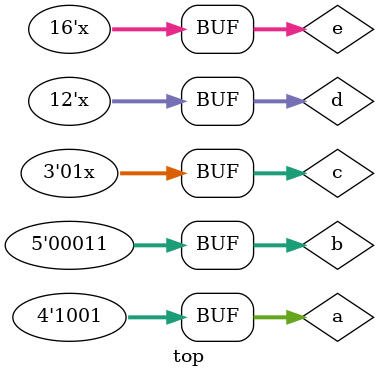
<source format=sv>


/*
:name: integers-sized
:description: Integer literal constants
:tags: 5.7.1
*/
module top();
  logic  [3:0] a;
  logic  [4:0] b;
  logic [ 2:0] c;
  logic [11:0] d;
  logic [15:0] e;

  initial begin
    a = 4'b1001; // is a 4-bit binary number
//      ^^^^^^^ constant.numeric.binary.sv
    b = 5'D3;    // is a 5-bit decimal number
//      ^^^^ constant.numeric.decimal.sv
    c = 3'b01x;  // is a 3-bit number with the least
//      ^^^^^^ constant.numeric.binary.sv
                 // significant bit unknown
    d = 12'hx;   // is a 12-bit unknown number
//      ^^^^^ constant.numeric.hex.sv
    e = 16'hz;   // is a 16-bit high-impedance number
//      ^^^^^ constant.numeric.hex.sv
  end

endmodule

</source>
